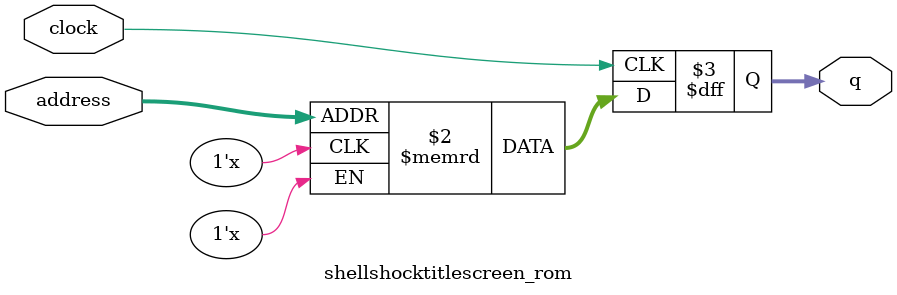
<source format=sv>
module shellshocktitlescreen_rom (
	input logic clock,
	input logic [16:0] address,
	output logic [2:0] q
);

logic [2:0] memory [0:76799] /* synthesis ram_init_file = "./shellshocktitlescreen/shellshocktitlescreen.mif" */;

always_ff @ (posedge clock) begin
	q <= memory[address];
end

endmodule

</source>
